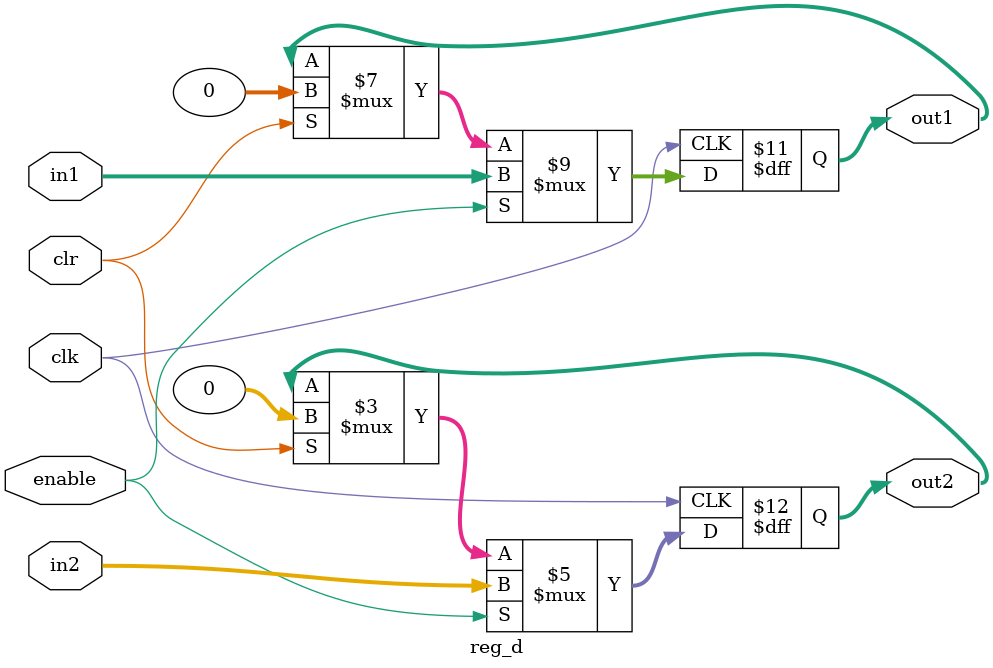
<source format=v>
/*
module to act as our clk for the decode stage

inputs:
  - enable: wire from hazard unit. decides if we should stall or not (pass in not stalld)
  - in1: our instruction
  - in2: pc+4


output:
  - out1: our instruction, released after rising clk edge
  - out2: pc+4 after rising clk
*/

module reg_d(
  input wire clk,
  input wire enable,
  input wire clr,
  input wire [31:0] in1,
  input wire [31:0] in2,
  output reg [31:0] out1,
  output reg [31:0] out2);

  initial begin
    out1 <= 0;
    out2 <= 0;
  end

  //at posedge clk, pass value through(if enable)
  always @(posedge clk) begin
    if(clr) begin //clr means stall
      out1 <= 0;
      out2 <= 0;
    end
    
    if(enable) begin
      out1 <= in1;
      out2 <= in2;
    end
  end

endmodule

</source>
